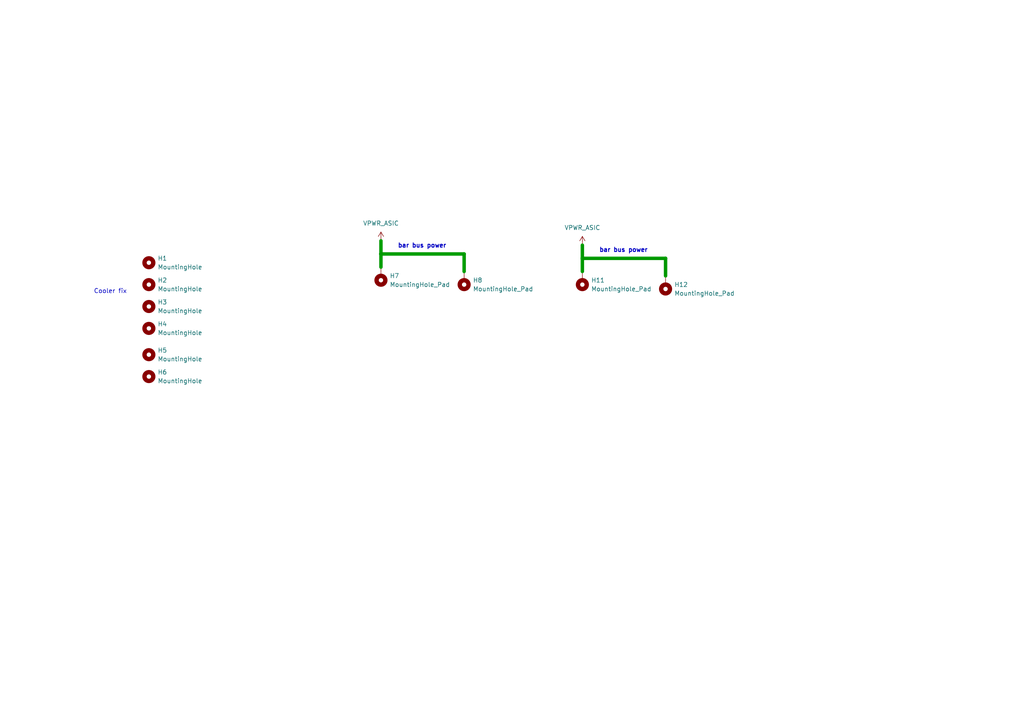
<source format=kicad_sch>
(kicad_sch (version 20231120) (generator "eeschema") (generator_version "8.0")
  (paper "A4")
  (lib_symbols
    (symbol "Mechanical:MountingHole" (pin_names (offset 1.016))
      (property "Reference" "H" (at 0 5.08 0))
      (property "Value" "MountingHole" (at 0 3.175 0))
      (symbol "MountingHole_0_1"
        (circle (center 0 0) (radius 1.27) (stroke (width 1.27)))
      )
    )
    (symbol "Mechanical:MountingHole_Pad" (pin_numbers hide) (pin_names (offset 1.016) hide) (exclude_from_sim yes) (in_bom no)
      (property "Reference" "H" (at 0 6.35 0))
      (property "Value" "MountingHole_Pad" (at 0 4.445 0))
      (symbol "MountingHole_Pad_0_1"
        (circle (center 0 1.27) (radius 1.27) (stroke (width 1.27)))
      )
      (symbol "MountingHole_Pad_1_1"
        (pin input line (at 0 -2.54 90) (length 2.54) (name "1") (number "1"))
      )
    )
    (symbol "power:VDD" (power) (pin_numbers hide) (pin_names (offset 0) hide)
      (property "Value" "VDD" (at 0 3.556 0))
      (symbol "VDD_0_1"
        (polyline (pts (xy -0.762 1.27) (xy 0 2.54)))
        (polyline (pts (xy 0 0) (xy 0 2.54)))
        (polyline (pts (xy 0 2.54) (xy 0.762 1.27)))
      )
      (symbol "VDD_1_1"
        (pin power_in line (at 0 0 90) (length 0) (name "~") (number "1"))
      )
    )
  )
  (junction (at 110.49 73.66))
  (junction (at 168.91 74.93))
  (wire (pts (xy 193.04 80.01) (xy 193.04 74.93)) (stroke (width 1)))
  (wire (pts (xy 134.62 73.66) (xy 110.49 73.66)) (stroke (width 1)))
  (wire (pts (xy 134.62 78.74) (xy 134.62 73.66)) (stroke (width 1)))
  (wire (pts (xy 110.49 73.66) (xy 110.49 77.47)) (stroke (width 1)))
  (wire (pts (xy 168.91 74.93) (xy 168.91 78.74)) (stroke (width 1)))
  (wire (pts (xy 110.49 69.85) (xy 110.49 73.66)) (stroke (width 1)))
  (wire (pts (xy 193.04 74.93) (xy 168.91 74.93)) (stroke (width 1)))
  (wire (pts (xy 168.91 71.12) (xy 168.91 74.93)) (stroke (width 1)))
  (text "Cooler fix" (at 32.004 84.582 0) (effects (font (size 1.27 1.27))))
  (text "bar bus power" (at 122.428 71.374 0) (effects (font (size 1.27 1.27) (thickness 0.254) (bold yes))))
  (text "bar bus power" (at 180.848 72.644 0) (effects (font (size 1.27 1.27) (thickness 0.254) (bold yes))))
  (symbol (lib_id "Mechanical:MountingHole") (at 43.18 88.9 0) (unit 1)
    (property "Reference" "H3" (at 45.72 87.6299 0) (effects (justify left)))
    (property "Value" "MountingHole" (at 45.72 90.1699 0) (effects (justify left)))
    (property "Footprint" "MountingHole:MountingHole_3.2mm_M3_ISO7380" (effects (hide yes)))
    (property "Description" "Mounting Hole without connection" (effects (hide yes)))
  )
  (symbol (lib_id "Mechanical:MountingHole_Pad") (at 134.62 81.28 180) (unit 1) (exclude_from_sim yes) (in_bom no)
    (property "Reference" "H8" (at 137.16 81.2799 0) (effects (justify right)))
    (property "Value" "MountingHole_Pad" (at 137.16 83.8199 0) (effects (justify right)))
    (property "Footprint" "EKO_Miner_ASIClib:SMTSO-M3-3ET" (effects (hide yes)))
    (property "Description" "Mounting Hole with connection" (effects (hide yes)))
  )
  (symbol (lib_id "Mechanical:MountingHole_Pad") (at 193.04 82.55 180) (unit 1) (exclude_from_sim yes) (in_bom no)
    (property "Reference" "H12" (at 195.58 82.5499 0) (effects (justify right)))
    (property "Value" "MountingHole_Pad" (at 195.58 85.0899 0) (effects (justify right)))
    (property "Footprint" "EKO_Miner_ASIClib:SMTSO-M3-3ET" (effects (hide yes)))
    (property "Description" "Mounting Hole with connection" (effects (hide yes)))
  )
  (symbol (lib_id "Mechanical:MountingHole_Pad") (at 168.91 81.28 180) (unit 1) (exclude_from_sim yes) (in_bom no)
    (property "Reference" "H11" (at 171.45 81.2799 0) (effects (justify right)))
    (property "Value" "MountingHole_Pad" (at 171.45 83.8199 0) (effects (justify right)))
    (property "Footprint" "EKO_Miner_ASIClib:SMTSO-M3-3ET" (effects (hide yes)))
    (property "Description" "Mounting Hole with connection" (effects (hide yes)))
  )
  (symbol (lib_id "Mechanical:MountingHole_Pad") (at 110.49 80.01 180) (unit 1) (exclude_from_sim yes) (in_bom no)
    (property "Reference" "H7" (at 113.03 80.0099 0) (effects (justify right)))
    (property "Value" "MountingHole_Pad" (at 113.03 82.5499 0) (effects (justify right)))
    (property "Footprint" "EKO_Miner_ASIClib:SMTSO-M3-3ET" (effects (hide yes)))
    (property "Description" "Mounting Hole with connection" (effects (hide yes)))
  )
  (symbol (lib_id "power:VDD") (at 110.49 69.85 0) (unit 1)
    (property "Reference" "#PWR0461" (effects (hide yes)))
    (property "Value" "VPWR_ASIC" (at 110.49 64.77 0))
    (property "Description" "Power symbol creates a global label with name \"VDD\"" (effects (hide yes)))
  )
  (symbol (lib_id "power:VDD") (at 168.91 71.12 0) (unit 1)
    (property "Reference" "#PWR099" (effects (hide yes)))
    (property "Value" "VPWR_ASIC" (at 168.91 66.04 0))
    (property "Description" "Power symbol creates a global label with name \"VDD\"" (effects (hide yes)))
  )
  (symbol (lib_id "Mechanical:MountingHole") (at 43.18 95.25 0) (unit 1)
    (property "Reference" "H4" (at 45.72 93.9799 0) (effects (justify left)))
    (property "Value" "MountingHole" (at 45.72 96.5199 0) (effects (justify left)))
    (property "Footprint" "MountingHole:MountingHole_3.2mm_M3_ISO7380" (effects (hide yes)))
    (property "Description" "Mounting Hole without connection" (effects (hide yes)))
  )
  (symbol (lib_id "Mechanical:MountingHole") (at 43.18 82.55 0) (unit 1)
    (property "Reference" "H2" (at 45.72 81.2799 0) (effects (justify left)))
    (property "Value" "MountingHole" (at 45.72 83.8199 0) (effects (justify left)))
    (property "Footprint" "MountingHole:MountingHole_3.2mm_M3_ISO7380" (effects (hide yes)))
    (property "Description" "Mounting Hole without connection" (effects (hide yes)))
  )
  (symbol (lib_id "Mechanical:MountingHole") (at 43.18 76.2 0) (unit 1)
    (property "Reference" "H1" (at 45.72 74.9299 0) (effects (justify left)))
    (property "Value" "MountingHole" (at 45.72 77.4699 0) (effects (justify left)))
    (property "Footprint" "MountingHole:MountingHole_3.2mm_M3_ISO7380" (effects (hide yes)))
    (property "Description" "Mounting Hole without connection" (effects (hide yes)))
  )
  (symbol (lib_id "Mechanical:MountingHole") (at 43.18 109.22 0) (unit 1)
    (property "Reference" "H6" (at 45.72 107.9499 0) (effects (justify left)))
    (property "Value" "MountingHole" (at 45.72 110.4899 0) (effects (justify left)))
    (property "Footprint" "MountingHole:MountingHole_3.2mm_M3_ISO7380" (effects (hide yes)))
    (property "Description" "Mounting Hole without connection" (effects (hide yes)))
  )
  (symbol (lib_id "Mechanical:MountingHole") (at 43.18 102.87 0) (unit 1)
    (property "Reference" "H5" (at 45.72 101.5999 0) (effects (justify left)))
    (property "Value" "MountingHole" (at 45.72 104.1399 0) (effects (justify left)))
    (property "Footprint" "MountingHole:MountingHole_3.2mm_M3_ISO7380" (effects (hide yes)))
    (property "Description" "Mounting Hole without connection" (effects (hide yes)))
  )
)
</source>
